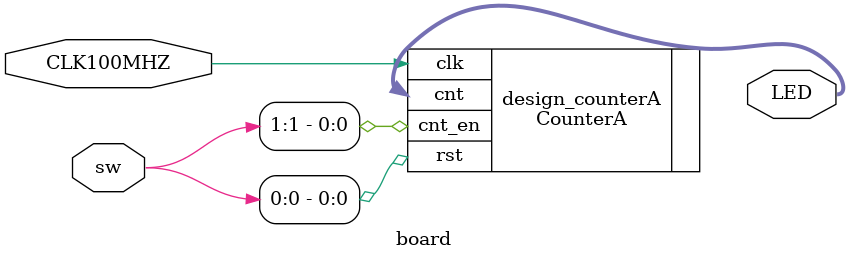
<source format=v>
`timescale 1ns / 1ps


module board(
    input wire CLK100MHZ,
    input wire [15:0] sw,
    output wire [15:0] LED 
    );
    
CounterA design_counterA(
    .clk(CLK100MHZ),
    .rst(sw[0]),
    .cnt_en(sw[1]),
    .cnt(LED)
);
endmodule

</source>
